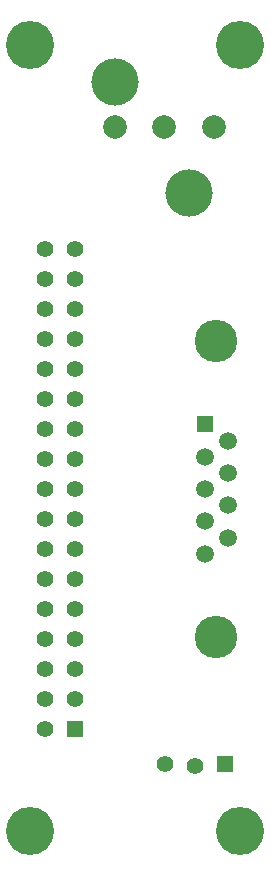
<source format=gbs>
G04 (created by PCBNEW (2013-06-11 BZR 4021)-stable) date Wed 16 Apr 2014 12:44:10 AM CDT*
%MOIN*%
G04 Gerber Fmt 3.4, Leading zero omitted, Abs format*
%FSLAX34Y34*%
G01*
G70*
G90*
G04 APERTURE LIST*
%ADD10C,0.00590551*%
%ADD11C,0.141732*%
%ADD12C,0.0590551*%
%ADD13R,0.0551181X0.0551181*%
%ADD14R,0.055X0.055*%
%ADD15C,0.055*%
%ADD16C,0.16*%
%ADD17C,0.0787402*%
%ADD18C,0.15748*%
G04 APERTURE END LIST*
G54D10*
G54D11*
X34496Y-38221D03*
X34496Y-28378D03*
G54D12*
X34122Y-33300D03*
X34122Y-32221D03*
G54D13*
X34122Y-31142D03*
G54D12*
X34122Y-35457D03*
X34122Y-34378D03*
X34870Y-34918D03*
X34870Y-33839D03*
X34870Y-32760D03*
X34870Y-31681D03*
G54D14*
X34800Y-42476D03*
G54D15*
X33800Y-42524D03*
X32800Y-42476D03*
G54D14*
X29800Y-41300D03*
G54D15*
X28800Y-41300D03*
X29800Y-40300D03*
X28800Y-40300D03*
X29800Y-39300D03*
X28800Y-39300D03*
X29800Y-38300D03*
X28800Y-38300D03*
X29800Y-37300D03*
X28800Y-37300D03*
X29800Y-36300D03*
X28800Y-36300D03*
X29800Y-35300D03*
X28800Y-35300D03*
X29800Y-34300D03*
X28800Y-34300D03*
X29800Y-33300D03*
X28800Y-33300D03*
X29800Y-32300D03*
X28800Y-32300D03*
X29800Y-31300D03*
X28800Y-31300D03*
X29800Y-30300D03*
X28800Y-30300D03*
X29800Y-29300D03*
X28800Y-29300D03*
X29800Y-28300D03*
X28800Y-28300D03*
X29800Y-27300D03*
X28800Y-27300D03*
X29800Y-26300D03*
X28800Y-26300D03*
X29800Y-25300D03*
X28800Y-25300D03*
G54D16*
X28300Y-44700D03*
X28300Y-18500D03*
X35300Y-44700D03*
X35300Y-18500D03*
G54D17*
X34413Y-21230D03*
X32760Y-21230D03*
X31106Y-21230D03*
G54D18*
X31106Y-19714D03*
X33586Y-23415D03*
M02*

</source>
